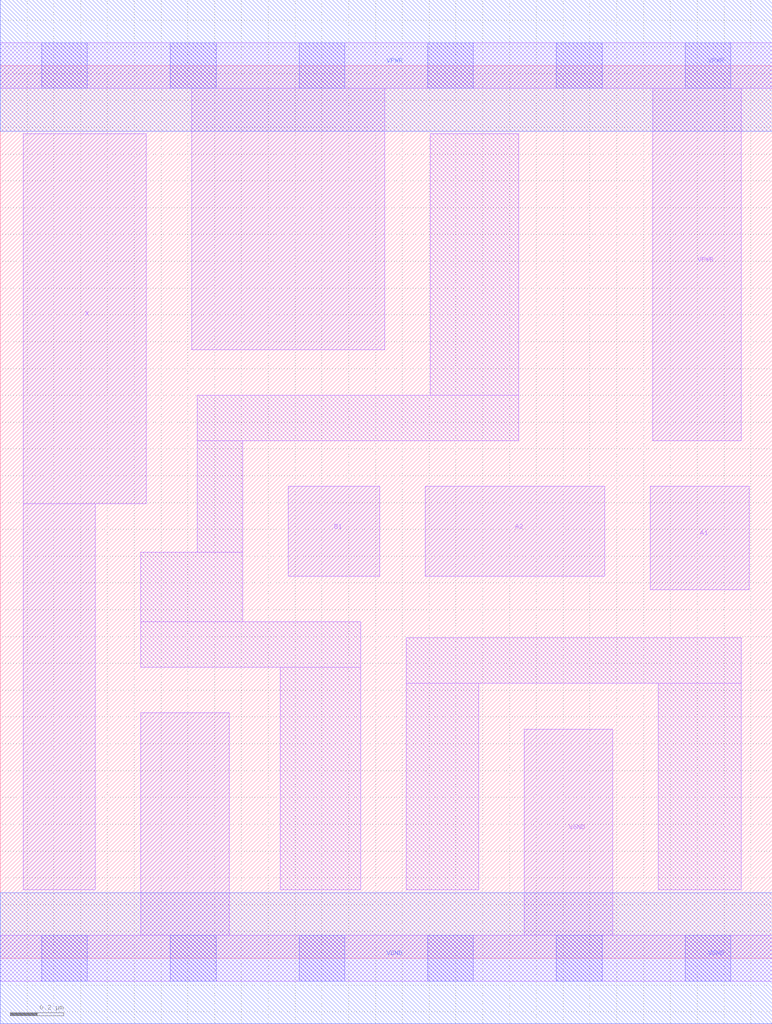
<source format=lef>
# Copyright 2020 The SkyWater PDK Authors
#
# Licensed under the Apache License, Version 2.0 (the "License");
# you may not use this file except in compliance with the License.
# You may obtain a copy of the License at
#
#     https://www.apache.org/licenses/LICENSE-2.0
#
# Unless required by applicable law or agreed to in writing, software
# distributed under the License is distributed on an "AS IS" BASIS,
# WITHOUT WARRANTIES OR CONDITIONS OF ANY KIND, either express or implied.
# See the License for the specific language governing permissions and
# limitations under the License.
#
# SPDX-License-Identifier: Apache-2.0

VERSION 5.7 ;
  NAMESCASESENSITIVE ON ;
  NOWIREEXTENSIONATPIN ON ;
  DIVIDERCHAR "/" ;
  BUSBITCHARS "[]" ;
UNITS
  DATABASE MICRONS 200 ;
END UNITS
MACRO sky130_fd_sc_lp__o21a_1
  CLASS CORE ;
  SOURCE USER ;
  FOREIGN sky130_fd_sc_lp__o21a_1 ;
  ORIGIN  0.000000  0.000000 ;
  SIZE  2.880000 BY  3.330000 ;
  SYMMETRY X Y R90 ;
  SITE unit ;
  PIN A1
    ANTENNAGATEAREA  0.315000 ;
    DIRECTION INPUT ;
    USE SIGNAL ;
    PORT
      LAYER li1 ;
        RECT 2.425000 1.375000 2.795000 1.760000 ;
    END
  END A1
  PIN A2
    ANTENNAGATEAREA  0.315000 ;
    DIRECTION INPUT ;
    USE SIGNAL ;
    PORT
      LAYER li1 ;
        RECT 1.585000 1.425000 2.255000 1.760000 ;
    END
  END A2
  PIN B1
    ANTENNAGATEAREA  0.315000 ;
    DIRECTION INPUT ;
    USE SIGNAL ;
    PORT
      LAYER li1 ;
        RECT 1.075000 1.425000 1.415000 1.760000 ;
    END
  END B1
  PIN X
    ANTENNADIFFAREA  0.556500 ;
    DIRECTION OUTPUT ;
    USE SIGNAL ;
    PORT
      LAYER li1 ;
        RECT 0.085000 0.255000 0.355000 1.695000 ;
        RECT 0.085000 1.695000 0.545000 3.075000 ;
    END
  END X
  PIN VGND
    DIRECTION INOUT ;
    USE GROUND ;
    PORT
      LAYER li1 ;
        RECT 0.000000 -0.085000 2.880000 0.085000 ;
        RECT 0.525000  0.085000 0.855000 0.915000 ;
        RECT 1.955000  0.085000 2.285000 0.855000 ;
      LAYER mcon ;
        RECT 0.155000 -0.085000 0.325000 0.085000 ;
        RECT 0.635000 -0.085000 0.805000 0.085000 ;
        RECT 1.115000 -0.085000 1.285000 0.085000 ;
        RECT 1.595000 -0.085000 1.765000 0.085000 ;
        RECT 2.075000 -0.085000 2.245000 0.085000 ;
        RECT 2.555000 -0.085000 2.725000 0.085000 ;
      LAYER met1 ;
        RECT 0.000000 -0.245000 2.880000 0.245000 ;
    END
  END VGND
  PIN VPWR
    DIRECTION INOUT ;
    USE POWER ;
    PORT
      LAYER li1 ;
        RECT 0.000000 3.245000 2.880000 3.415000 ;
        RECT 0.715000 2.270000 1.435000 3.245000 ;
        RECT 2.435000 1.930000 2.765000 3.245000 ;
      LAYER mcon ;
        RECT 0.155000 3.245000 0.325000 3.415000 ;
        RECT 0.635000 3.245000 0.805000 3.415000 ;
        RECT 1.115000 3.245000 1.285000 3.415000 ;
        RECT 1.595000 3.245000 1.765000 3.415000 ;
        RECT 2.075000 3.245000 2.245000 3.415000 ;
        RECT 2.555000 3.245000 2.725000 3.415000 ;
      LAYER met1 ;
        RECT 0.000000 3.085000 2.880000 3.575000 ;
    END
  END VPWR
  OBS
    LAYER li1 ;
      RECT 0.525000 1.085000 1.345000 1.255000 ;
      RECT 0.525000 1.255000 0.905000 1.515000 ;
      RECT 0.735000 1.515000 0.905000 1.930000 ;
      RECT 0.735000 1.930000 1.935000 2.100000 ;
      RECT 1.045000 0.255000 1.345000 1.085000 ;
      RECT 1.515000 0.255000 1.785000 1.025000 ;
      RECT 1.515000 1.025000 2.765000 1.195000 ;
      RECT 1.605000 2.100000 1.935000 3.075000 ;
      RECT 2.455000 0.255000 2.765000 1.025000 ;
  END
END sky130_fd_sc_lp__o21a_1

</source>
